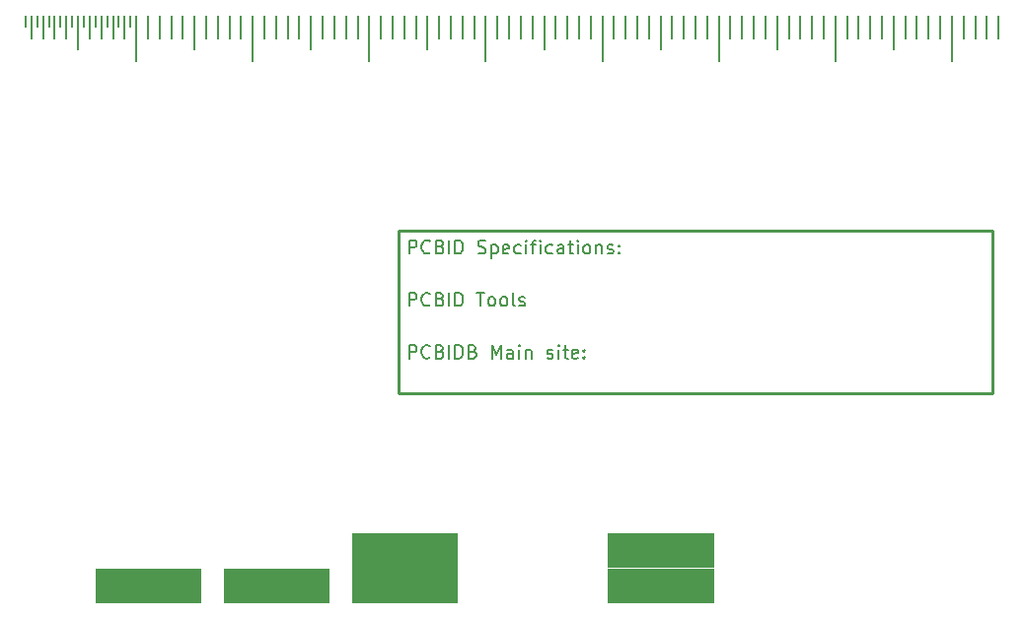
<source format=gtl>
G04 #@! TF.GenerationSoftware,KiCad,Pcbnew,5.1.6-c6e7f7d~87~ubuntu18.04.1*
G04 #@! TF.CreationDate,2020-08-01T12:19:59+02:00*
G04 #@! TF.ProjectId,pcbid-card,70636269-642d-4636-9172-642e6b696361,v1.0*
G04 #@! TF.SameCoordinates,Original*
G04 #@! TF.FileFunction,Copper,L1,Top*
G04 #@! TF.FilePolarity,Positive*
%FSLAX46Y46*%
G04 Gerber Fmt 4.6, Leading zero omitted, Abs format (unit mm)*
G04 Created by KiCad (PCBNEW 5.1.6-c6e7f7d~87~ubuntu18.04.1) date 2020-08-01 12:19:59*
%MOMM*%
%LPD*%
G01*
G04 APERTURE LIST*
G04 #@! TA.AperFunction,NonConductor*
%ADD10C,0.254000*%
G04 #@! TD*
G04 #@! TA.AperFunction,NonConductor*
%ADD11C,0.203200*%
G04 #@! TD*
G04 #@! TA.AperFunction,NonConductor*
%ADD12C,0.100000*%
G04 #@! TD*
G04 APERTURE END LIST*
D10*
X83500000Y-18500000D02*
X32500000Y-18500000D01*
X83500000Y-32500000D02*
X83500000Y-18500000D01*
X32500000Y-32500000D02*
X83500000Y-32500000D01*
X32500000Y-18500000D02*
X32500000Y-32500000D01*
D11*
X33404222Y-29517071D02*
X33404222Y-28374071D01*
X33839651Y-28374071D01*
X33948508Y-28428500D01*
X34002937Y-28482928D01*
X34057365Y-28591785D01*
X34057365Y-28755071D01*
X34002937Y-28863928D01*
X33948508Y-28918357D01*
X33839651Y-28972785D01*
X33404222Y-28972785D01*
X35200365Y-29408214D02*
X35145937Y-29462642D01*
X34982651Y-29517071D01*
X34873794Y-29517071D01*
X34710508Y-29462642D01*
X34601651Y-29353785D01*
X34547222Y-29244928D01*
X34492794Y-29027214D01*
X34492794Y-28863928D01*
X34547222Y-28646214D01*
X34601651Y-28537357D01*
X34710508Y-28428500D01*
X34873794Y-28374071D01*
X34982651Y-28374071D01*
X35145937Y-28428500D01*
X35200365Y-28482928D01*
X36071222Y-28918357D02*
X36234508Y-28972785D01*
X36288937Y-29027214D01*
X36343365Y-29136071D01*
X36343365Y-29299357D01*
X36288937Y-29408214D01*
X36234508Y-29462642D01*
X36125651Y-29517071D01*
X35690222Y-29517071D01*
X35690222Y-28374071D01*
X36071222Y-28374071D01*
X36180080Y-28428500D01*
X36234508Y-28482928D01*
X36288937Y-28591785D01*
X36288937Y-28700642D01*
X36234508Y-28809500D01*
X36180080Y-28863928D01*
X36071222Y-28918357D01*
X35690222Y-28918357D01*
X36833222Y-29517071D02*
X36833222Y-28374071D01*
X37377508Y-29517071D02*
X37377508Y-28374071D01*
X37649651Y-28374071D01*
X37812937Y-28428500D01*
X37921794Y-28537357D01*
X37976222Y-28646214D01*
X38030651Y-28863928D01*
X38030651Y-29027214D01*
X37976222Y-29244928D01*
X37921794Y-29353785D01*
X37812937Y-29462642D01*
X37649651Y-29517071D01*
X37377508Y-29517071D01*
X38901508Y-28918357D02*
X39064794Y-28972785D01*
X39119222Y-29027214D01*
X39173651Y-29136071D01*
X39173651Y-29299357D01*
X39119222Y-29408214D01*
X39064794Y-29462642D01*
X38955937Y-29517071D01*
X38520508Y-29517071D01*
X38520508Y-28374071D01*
X38901508Y-28374071D01*
X39010365Y-28428500D01*
X39064794Y-28482928D01*
X39119222Y-28591785D01*
X39119222Y-28700642D01*
X39064794Y-28809500D01*
X39010365Y-28863928D01*
X38901508Y-28918357D01*
X38520508Y-28918357D01*
X40534365Y-29517071D02*
X40534365Y-28374071D01*
X40915365Y-29190500D01*
X41296365Y-28374071D01*
X41296365Y-29517071D01*
X42330508Y-29517071D02*
X42330508Y-28918357D01*
X42276080Y-28809500D01*
X42167222Y-28755071D01*
X41949508Y-28755071D01*
X41840651Y-28809500D01*
X42330508Y-29462642D02*
X42221651Y-29517071D01*
X41949508Y-29517071D01*
X41840651Y-29462642D01*
X41786222Y-29353785D01*
X41786222Y-29244928D01*
X41840651Y-29136071D01*
X41949508Y-29081642D01*
X42221651Y-29081642D01*
X42330508Y-29027214D01*
X42874794Y-29517071D02*
X42874794Y-28755071D01*
X42874794Y-28374071D02*
X42820365Y-28428500D01*
X42874794Y-28482928D01*
X42929222Y-28428500D01*
X42874794Y-28374071D01*
X42874794Y-28482928D01*
X43419080Y-28755071D02*
X43419080Y-29517071D01*
X43419080Y-28863928D02*
X43473508Y-28809500D01*
X43582365Y-28755071D01*
X43745651Y-28755071D01*
X43854508Y-28809500D01*
X43908937Y-28918357D01*
X43908937Y-29517071D01*
X45269651Y-29462642D02*
X45378508Y-29517071D01*
X45596222Y-29517071D01*
X45705080Y-29462642D01*
X45759508Y-29353785D01*
X45759508Y-29299357D01*
X45705080Y-29190500D01*
X45596222Y-29136071D01*
X45432937Y-29136071D01*
X45324080Y-29081642D01*
X45269651Y-28972785D01*
X45269651Y-28918357D01*
X45324080Y-28809500D01*
X45432937Y-28755071D01*
X45596222Y-28755071D01*
X45705080Y-28809500D01*
X46249365Y-29517071D02*
X46249365Y-28755071D01*
X46249365Y-28374071D02*
X46194937Y-28428500D01*
X46249365Y-28482928D01*
X46303794Y-28428500D01*
X46249365Y-28374071D01*
X46249365Y-28482928D01*
X46630365Y-28755071D02*
X47065794Y-28755071D01*
X46793651Y-28374071D02*
X46793651Y-29353785D01*
X46848080Y-29462642D01*
X46956937Y-29517071D01*
X47065794Y-29517071D01*
X47882222Y-29462642D02*
X47773365Y-29517071D01*
X47555651Y-29517071D01*
X47446794Y-29462642D01*
X47392365Y-29353785D01*
X47392365Y-28918357D01*
X47446794Y-28809500D01*
X47555651Y-28755071D01*
X47773365Y-28755071D01*
X47882222Y-28809500D01*
X47936651Y-28918357D01*
X47936651Y-29027214D01*
X47392365Y-29136071D01*
X48426508Y-29408214D02*
X48480937Y-29462642D01*
X48426508Y-29517071D01*
X48372080Y-29462642D01*
X48426508Y-29408214D01*
X48426508Y-29517071D01*
X48426508Y-28809500D02*
X48480937Y-28863928D01*
X48426508Y-28918357D01*
X48372080Y-28863928D01*
X48426508Y-28809500D01*
X48426508Y-28918357D01*
X33404222Y-25017071D02*
X33404222Y-23874071D01*
X33839651Y-23874071D01*
X33948508Y-23928500D01*
X34002937Y-23982928D01*
X34057365Y-24091785D01*
X34057365Y-24255071D01*
X34002937Y-24363928D01*
X33948508Y-24418357D01*
X33839651Y-24472785D01*
X33404222Y-24472785D01*
X35200365Y-24908214D02*
X35145937Y-24962642D01*
X34982651Y-25017071D01*
X34873794Y-25017071D01*
X34710508Y-24962642D01*
X34601651Y-24853785D01*
X34547222Y-24744928D01*
X34492794Y-24527214D01*
X34492794Y-24363928D01*
X34547222Y-24146214D01*
X34601651Y-24037357D01*
X34710508Y-23928500D01*
X34873794Y-23874071D01*
X34982651Y-23874071D01*
X35145937Y-23928500D01*
X35200365Y-23982928D01*
X36071222Y-24418357D02*
X36234508Y-24472785D01*
X36288937Y-24527214D01*
X36343365Y-24636071D01*
X36343365Y-24799357D01*
X36288937Y-24908214D01*
X36234508Y-24962642D01*
X36125651Y-25017071D01*
X35690222Y-25017071D01*
X35690222Y-23874071D01*
X36071222Y-23874071D01*
X36180080Y-23928500D01*
X36234508Y-23982928D01*
X36288937Y-24091785D01*
X36288937Y-24200642D01*
X36234508Y-24309500D01*
X36180080Y-24363928D01*
X36071222Y-24418357D01*
X35690222Y-24418357D01*
X36833222Y-25017071D02*
X36833222Y-23874071D01*
X37377508Y-25017071D02*
X37377508Y-23874071D01*
X37649651Y-23874071D01*
X37812937Y-23928500D01*
X37921794Y-24037357D01*
X37976222Y-24146214D01*
X38030651Y-24363928D01*
X38030651Y-24527214D01*
X37976222Y-24744928D01*
X37921794Y-24853785D01*
X37812937Y-24962642D01*
X37649651Y-25017071D01*
X37377508Y-25017071D01*
X39228080Y-23874071D02*
X39881222Y-23874071D01*
X39554651Y-25017071D02*
X39554651Y-23874071D01*
X40425508Y-25017071D02*
X40316651Y-24962642D01*
X40262222Y-24908214D01*
X40207794Y-24799357D01*
X40207794Y-24472785D01*
X40262222Y-24363928D01*
X40316651Y-24309500D01*
X40425508Y-24255071D01*
X40588794Y-24255071D01*
X40697651Y-24309500D01*
X40752080Y-24363928D01*
X40806508Y-24472785D01*
X40806508Y-24799357D01*
X40752080Y-24908214D01*
X40697651Y-24962642D01*
X40588794Y-25017071D01*
X40425508Y-25017071D01*
X41459651Y-25017071D02*
X41350794Y-24962642D01*
X41296365Y-24908214D01*
X41241937Y-24799357D01*
X41241937Y-24472785D01*
X41296365Y-24363928D01*
X41350794Y-24309500D01*
X41459651Y-24255071D01*
X41622937Y-24255071D01*
X41731794Y-24309500D01*
X41786222Y-24363928D01*
X41840651Y-24472785D01*
X41840651Y-24799357D01*
X41786222Y-24908214D01*
X41731794Y-24962642D01*
X41622937Y-25017071D01*
X41459651Y-25017071D01*
X42493794Y-25017071D02*
X42384937Y-24962642D01*
X42330508Y-24853785D01*
X42330508Y-23874071D01*
X42874794Y-24962642D02*
X42983651Y-25017071D01*
X43201365Y-25017071D01*
X43310222Y-24962642D01*
X43364651Y-24853785D01*
X43364651Y-24799357D01*
X43310222Y-24690500D01*
X43201365Y-24636071D01*
X43038080Y-24636071D01*
X42929222Y-24581642D01*
X42874794Y-24472785D01*
X42874794Y-24418357D01*
X42929222Y-24309500D01*
X43038080Y-24255071D01*
X43201365Y-24255071D01*
X43310222Y-24309500D01*
X33404222Y-20517071D02*
X33404222Y-19374071D01*
X33839651Y-19374071D01*
X33948508Y-19428500D01*
X34002937Y-19482928D01*
X34057365Y-19591785D01*
X34057365Y-19755071D01*
X34002937Y-19863928D01*
X33948508Y-19918357D01*
X33839651Y-19972785D01*
X33404222Y-19972785D01*
X35200365Y-20408214D02*
X35145937Y-20462642D01*
X34982651Y-20517071D01*
X34873794Y-20517071D01*
X34710508Y-20462642D01*
X34601651Y-20353785D01*
X34547222Y-20244928D01*
X34492794Y-20027214D01*
X34492794Y-19863928D01*
X34547222Y-19646214D01*
X34601651Y-19537357D01*
X34710508Y-19428500D01*
X34873794Y-19374071D01*
X34982651Y-19374071D01*
X35145937Y-19428500D01*
X35200365Y-19482928D01*
X36071222Y-19918357D02*
X36234508Y-19972785D01*
X36288937Y-20027214D01*
X36343365Y-20136071D01*
X36343365Y-20299357D01*
X36288937Y-20408214D01*
X36234508Y-20462642D01*
X36125651Y-20517071D01*
X35690222Y-20517071D01*
X35690222Y-19374071D01*
X36071222Y-19374071D01*
X36180080Y-19428500D01*
X36234508Y-19482928D01*
X36288937Y-19591785D01*
X36288937Y-19700642D01*
X36234508Y-19809500D01*
X36180080Y-19863928D01*
X36071222Y-19918357D01*
X35690222Y-19918357D01*
X36833222Y-20517071D02*
X36833222Y-19374071D01*
X37377508Y-20517071D02*
X37377508Y-19374071D01*
X37649651Y-19374071D01*
X37812937Y-19428500D01*
X37921794Y-19537357D01*
X37976222Y-19646214D01*
X38030651Y-19863928D01*
X38030651Y-20027214D01*
X37976222Y-20244928D01*
X37921794Y-20353785D01*
X37812937Y-20462642D01*
X37649651Y-20517071D01*
X37377508Y-20517071D01*
X39336937Y-20462642D02*
X39500222Y-20517071D01*
X39772365Y-20517071D01*
X39881222Y-20462642D01*
X39935651Y-20408214D01*
X39990080Y-20299357D01*
X39990080Y-20190500D01*
X39935651Y-20081642D01*
X39881222Y-20027214D01*
X39772365Y-19972785D01*
X39554651Y-19918357D01*
X39445794Y-19863928D01*
X39391365Y-19809500D01*
X39336937Y-19700642D01*
X39336937Y-19591785D01*
X39391365Y-19482928D01*
X39445794Y-19428500D01*
X39554651Y-19374071D01*
X39826794Y-19374071D01*
X39990080Y-19428500D01*
X40479937Y-19755071D02*
X40479937Y-20898071D01*
X40479937Y-19809500D02*
X40588794Y-19755071D01*
X40806508Y-19755071D01*
X40915365Y-19809500D01*
X40969794Y-19863928D01*
X41024222Y-19972785D01*
X41024222Y-20299357D01*
X40969794Y-20408214D01*
X40915365Y-20462642D01*
X40806508Y-20517071D01*
X40588794Y-20517071D01*
X40479937Y-20462642D01*
X41949508Y-20462642D02*
X41840651Y-20517071D01*
X41622937Y-20517071D01*
X41514080Y-20462642D01*
X41459651Y-20353785D01*
X41459651Y-19918357D01*
X41514080Y-19809500D01*
X41622937Y-19755071D01*
X41840651Y-19755071D01*
X41949508Y-19809500D01*
X42003937Y-19918357D01*
X42003937Y-20027214D01*
X41459651Y-20136071D01*
X42983651Y-20462642D02*
X42874794Y-20517071D01*
X42657080Y-20517071D01*
X42548222Y-20462642D01*
X42493794Y-20408214D01*
X42439365Y-20299357D01*
X42439365Y-19972785D01*
X42493794Y-19863928D01*
X42548222Y-19809500D01*
X42657080Y-19755071D01*
X42874794Y-19755071D01*
X42983651Y-19809500D01*
X43473508Y-20517071D02*
X43473508Y-19755071D01*
X43473508Y-19374071D02*
X43419080Y-19428500D01*
X43473508Y-19482928D01*
X43527937Y-19428500D01*
X43473508Y-19374071D01*
X43473508Y-19482928D01*
X43854508Y-19755071D02*
X44289937Y-19755071D01*
X44017794Y-20517071D02*
X44017794Y-19537357D01*
X44072222Y-19428500D01*
X44181080Y-19374071D01*
X44289937Y-19374071D01*
X44670937Y-20517071D02*
X44670937Y-19755071D01*
X44670937Y-19374071D02*
X44616508Y-19428500D01*
X44670937Y-19482928D01*
X44725365Y-19428500D01*
X44670937Y-19374071D01*
X44670937Y-19482928D01*
X45705080Y-20462642D02*
X45596222Y-20517071D01*
X45378508Y-20517071D01*
X45269651Y-20462642D01*
X45215222Y-20408214D01*
X45160794Y-20299357D01*
X45160794Y-19972785D01*
X45215222Y-19863928D01*
X45269651Y-19809500D01*
X45378508Y-19755071D01*
X45596222Y-19755071D01*
X45705080Y-19809500D01*
X46684794Y-20517071D02*
X46684794Y-19918357D01*
X46630365Y-19809500D01*
X46521508Y-19755071D01*
X46303794Y-19755071D01*
X46194937Y-19809500D01*
X46684794Y-20462642D02*
X46575937Y-20517071D01*
X46303794Y-20517071D01*
X46194937Y-20462642D01*
X46140508Y-20353785D01*
X46140508Y-20244928D01*
X46194937Y-20136071D01*
X46303794Y-20081642D01*
X46575937Y-20081642D01*
X46684794Y-20027214D01*
X47065794Y-19755071D02*
X47501222Y-19755071D01*
X47229080Y-19374071D02*
X47229080Y-20353785D01*
X47283508Y-20462642D01*
X47392365Y-20517071D01*
X47501222Y-20517071D01*
X47882222Y-20517071D02*
X47882222Y-19755071D01*
X47882222Y-19374071D02*
X47827794Y-19428500D01*
X47882222Y-19482928D01*
X47936651Y-19428500D01*
X47882222Y-19374071D01*
X47882222Y-19482928D01*
X48589794Y-20517071D02*
X48480937Y-20462642D01*
X48426508Y-20408214D01*
X48372080Y-20299357D01*
X48372080Y-19972785D01*
X48426508Y-19863928D01*
X48480937Y-19809500D01*
X48589794Y-19755071D01*
X48753080Y-19755071D01*
X48861937Y-19809500D01*
X48916365Y-19863928D01*
X48970794Y-19972785D01*
X48970794Y-20299357D01*
X48916365Y-20408214D01*
X48861937Y-20462642D01*
X48753080Y-20517071D01*
X48589794Y-20517071D01*
X49460651Y-19755071D02*
X49460651Y-20517071D01*
X49460651Y-19863928D02*
X49515080Y-19809500D01*
X49623937Y-19755071D01*
X49787222Y-19755071D01*
X49896080Y-19809500D01*
X49950508Y-19918357D01*
X49950508Y-20517071D01*
X50440365Y-20462642D02*
X50549222Y-20517071D01*
X50766937Y-20517071D01*
X50875794Y-20462642D01*
X50930222Y-20353785D01*
X50930222Y-20299357D01*
X50875794Y-20190500D01*
X50766937Y-20136071D01*
X50603651Y-20136071D01*
X50494794Y-20081642D01*
X50440365Y-19972785D01*
X50440365Y-19918357D01*
X50494794Y-19809500D01*
X50603651Y-19755071D01*
X50766937Y-19755071D01*
X50875794Y-19809500D01*
X51420080Y-20408214D02*
X51474508Y-20462642D01*
X51420080Y-20517071D01*
X51365651Y-20462642D01*
X51420080Y-20408214D01*
X51420080Y-20517071D01*
X51420080Y-19809500D02*
X51474508Y-19863928D01*
X51420080Y-19918357D01*
X51365651Y-19863928D01*
X51420080Y-19809500D01*
X51420080Y-19918357D01*
D12*
G36*
X15500000Y-50500000D02*
G01*
X6500000Y-50500000D01*
X6500000Y-47600000D01*
X15500000Y-47600000D01*
X15500000Y-50500000D01*
G37*
X15500000Y-50500000D02*
X6500000Y-50500000D01*
X6500000Y-47600000D01*
X15500000Y-47600000D01*
X15500000Y-50500000D01*
G36*
X59500000Y-50500000D02*
G01*
X50500000Y-50500000D01*
X50500000Y-47600000D01*
X59500000Y-47600000D01*
X59500000Y-50500000D01*
G37*
X59500000Y-50500000D02*
X50500000Y-50500000D01*
X50500000Y-47600000D01*
X59500000Y-47600000D01*
X59500000Y-50500000D01*
G36*
X26500000Y-50500000D02*
G01*
X17500000Y-50500000D01*
X17500000Y-47600000D01*
X26500000Y-47600000D01*
X26500000Y-50500000D01*
G37*
X26500000Y-50500000D02*
X17500000Y-50500000D01*
X17500000Y-47600000D01*
X26500000Y-47600000D01*
X26500000Y-50500000D01*
G36*
X59500000Y-47400000D02*
G01*
X50500000Y-47400000D01*
X50500000Y-44500000D01*
X59500000Y-44500000D01*
X59500000Y-47400000D01*
G37*
X59500000Y-47400000D02*
X50500000Y-47400000D01*
X50500000Y-44500000D01*
X59500000Y-44500000D01*
X59500000Y-47400000D01*
G36*
X37500000Y-50500000D02*
G01*
X28500000Y-50500000D01*
X28500000Y-44500000D01*
X37500000Y-44500000D01*
X37500000Y-50500000D01*
G37*
X37500000Y-50500000D02*
X28500000Y-50500000D01*
X28500000Y-44500000D01*
X37500000Y-44500000D01*
X37500000Y-50500000D01*
D11*
X69000000Y-2000000D02*
X69000000Y-100000D01*
X68000000Y-2000000D02*
X68000000Y-100000D01*
X67000000Y-2000000D02*
X67000000Y-100000D01*
X66000000Y-2000000D02*
X66000000Y-100000D01*
X65000000Y-3000000D02*
X65000000Y-100000D01*
X64000000Y-2000000D02*
X64000000Y-100000D01*
X63000000Y-2000000D02*
X63000000Y-100000D01*
X62000000Y-2000000D02*
X62000000Y-100000D01*
X61000000Y-2000000D02*
X61000000Y-100000D01*
X59000000Y-2000000D02*
X59000000Y-100000D01*
X58000000Y-2000000D02*
X58000000Y-100000D01*
X57000000Y-2000000D02*
X57000000Y-100000D01*
X56000000Y-2000000D02*
X56000000Y-100000D01*
X55000000Y-3000000D02*
X55000000Y-100000D01*
X54000000Y-2000000D02*
X54000000Y-100000D01*
X53000000Y-2000000D02*
X53000000Y-100000D01*
X52000000Y-2000000D02*
X52000000Y-100000D01*
X51000000Y-2000000D02*
X51000000Y-100000D01*
X49000000Y-100000D02*
X49000000Y-2000000D01*
X48000000Y-2000000D02*
X48000000Y-100000D01*
X47000000Y-2000000D02*
X47000000Y-100000D01*
X46000000Y-2000000D02*
X46000000Y-100000D01*
X45000000Y-3000000D02*
X45000000Y-100000D01*
X44000000Y-2000000D02*
X44000000Y-100000D01*
X43000000Y-2000000D02*
X43000000Y-100000D01*
X42000000Y-2000000D02*
X42000000Y-100000D01*
X41000000Y-2000000D02*
X41000000Y-100000D01*
X39000000Y-2000000D02*
X39000000Y-100000D01*
X38000000Y-2000000D02*
X38000000Y-100000D01*
X37000000Y-2000000D02*
X37000000Y-100000D01*
X36000000Y-2000000D02*
X36000000Y-100000D01*
X35000000Y-3000000D02*
X35000000Y-100000D01*
X34000000Y-2000000D02*
X34000000Y-100000D01*
X33000000Y-2000000D02*
X33000000Y-100000D01*
X32000000Y-2000000D02*
X32000000Y-100000D01*
X31000000Y-2000000D02*
X31000000Y-100000D01*
X29000000Y-2000000D02*
X29000000Y-100000D01*
X28000000Y-2000000D02*
X28000000Y-100000D01*
X27000000Y-2000000D02*
X27000000Y-100000D01*
X26000000Y-2000000D02*
X26000000Y-100000D01*
X25000000Y-3000000D02*
X25000000Y-100000D01*
X24000000Y-2000000D02*
X24000000Y-100000D01*
X23000000Y-2000000D02*
X23000000Y-100000D01*
X22000000Y-2000000D02*
X22000000Y-100000D01*
X21000000Y-2000000D02*
X21000000Y-100000D01*
X71000000Y-2000000D02*
X71000000Y-100000D01*
X72000000Y-2000000D02*
X72000000Y-100000D01*
X73000000Y-2000000D02*
X73000000Y-100000D01*
X74000000Y-2000000D02*
X74000000Y-100000D01*
X75000000Y-3000000D02*
X75000000Y-100000D01*
X76000000Y-2000000D02*
X76000000Y-100000D01*
X77000000Y-2000000D02*
X77000000Y-100000D01*
X78000000Y-2000000D02*
X78000000Y-100000D01*
X79000000Y-2000000D02*
X79000000Y-100000D01*
X84000000Y-2000000D02*
X84000000Y-100000D01*
X83000000Y-2000000D02*
X83000000Y-100000D01*
X82000000Y-2000000D02*
X82000000Y-100000D01*
X81000000Y-2000000D02*
X81000000Y-100000D01*
X80000000Y-4000000D02*
X80000000Y-100000D01*
X70000000Y-4000000D02*
X70000000Y-100000D01*
X60000000Y-4000000D02*
X60000000Y-100000D01*
X50000000Y-4000000D02*
X50000000Y-100000D01*
X40000000Y-4000000D02*
X40000000Y-100000D01*
X30000000Y-4000000D02*
X30000000Y-100000D01*
X20000000Y-4000000D02*
X20000000Y-100000D01*
X19000000Y-2000000D02*
X19000000Y-100000D01*
X18000000Y-2000000D02*
X18000000Y-100000D01*
X17000000Y-2000000D02*
X17000000Y-100000D01*
X16000000Y-2000000D02*
X16000000Y-100000D01*
X15000000Y-3000000D02*
X15000000Y-100000D01*
X14000000Y-2000000D02*
X14000000Y-100000D01*
X13000000Y-2000000D02*
X13000000Y-100000D01*
X12000000Y-2000000D02*
X12000000Y-100000D01*
X11000000Y-2000000D02*
X11000000Y-100000D01*
X9500000Y-1000000D02*
X9500000Y-100000D01*
X8500000Y-1000000D02*
X8500000Y-100000D01*
X7500000Y-1000000D02*
X7500000Y-100000D01*
X6500000Y-1000000D02*
X6500000Y-100000D01*
X5500000Y-1000000D02*
X5500000Y-100000D01*
X4500000Y-1000000D02*
X4500000Y-100000D01*
X3500000Y-1000000D02*
X3500000Y-100000D01*
X2500000Y-1000000D02*
X2500000Y-100000D01*
X1500000Y-100000D02*
X1500000Y-1000000D01*
X500000Y-1000000D02*
X500000Y-100000D01*
X10000000Y-4000000D02*
X10000000Y-100000D01*
X9000000Y-2000000D02*
X9000000Y-100000D01*
X8000000Y-2000000D02*
X8000000Y-100000D01*
X7000000Y-2000000D02*
X7000000Y-100000D01*
X6000000Y-2000000D02*
X6000000Y-100000D01*
X5000000Y-3000000D02*
X5000000Y-100000D01*
X4000000Y-2000000D02*
X4000000Y-100000D01*
X3000000Y-2000000D02*
X3000000Y-100000D01*
X2000000Y-2000000D02*
X2000000Y-100000D01*
X1000000Y-2000000D02*
X1000000Y-100000D01*
M02*

</source>
